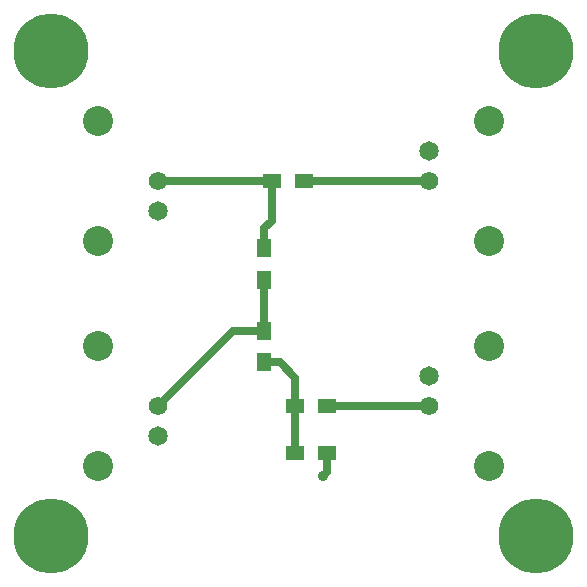
<source format=gbr>
G04 #@! TF.FileFunction,Copper,L1,Top,Signal*
%FSLAX46Y46*%
G04 Gerber Fmt 4.6, Leading zero omitted, Abs format (unit mm)*
G04 Created by KiCad (PCBNEW (after 2015-mar-04 BZR unknown)-product) date 5/15/2017 4:58:40 PM*
%MOMM*%
G01*
G04 APERTURE LIST*
%ADD10C,0.150000*%
%ADD11C,6.350000*%
%ADD12C,1.574800*%
%ADD13C,1.651000*%
%ADD14C,2.540000*%
%ADD15R,1.500000X1.300000*%
%ADD16R,1.300000X1.500000*%
%ADD17C,0.889000*%
%ADD18C,0.635000*%
G04 APERTURE END LIST*
D10*
D11*
X4000000Y-45000000D03*
X45000000Y-4000000D03*
X4000000Y-4000000D03*
D12*
X13000000Y-15000000D03*
D13*
X13000000Y-17540000D03*
D14*
X7920000Y-20080000D03*
X7920000Y-9920000D03*
D11*
X45000000Y-45000000D03*
D12*
X36000000Y-15000000D03*
D13*
X36000000Y-12460000D03*
D14*
X41080000Y-9920000D03*
X41080000Y-20080000D03*
D15*
X27350000Y-34000000D03*
X24650000Y-34000000D03*
D16*
X22000000Y-23350000D03*
X22000000Y-20650000D03*
X22000000Y-27650000D03*
X22000000Y-30350000D03*
D15*
X22650000Y-15000000D03*
X25350000Y-15000000D03*
X24650000Y-38000000D03*
X27350000Y-38000000D03*
D12*
X13000000Y-34000000D03*
D13*
X13000000Y-36540000D03*
D14*
X7920000Y-39080000D03*
X7920000Y-28920000D03*
D12*
X36000000Y-34000000D03*
D13*
X36000000Y-31460000D03*
D14*
X41080000Y-28920000D03*
X41080000Y-39080000D03*
D17*
X27000000Y-40000000D03*
D18*
X27350000Y-38000000D02*
X27350000Y-39650000D01*
X27350000Y-39650000D02*
X27000000Y-40000000D01*
X22650000Y-15000000D02*
X22650000Y-18350000D01*
X22000000Y-19000000D02*
X22000000Y-20650000D01*
X22650000Y-18350000D02*
X22000000Y-19000000D01*
X22650000Y-15000000D02*
X13000000Y-15000000D01*
X22000000Y-23350000D02*
X22000000Y-27650000D01*
X22000000Y-27650000D02*
X19350000Y-27650000D01*
X19350000Y-27650000D02*
X13000000Y-34000000D01*
X25350000Y-15000000D02*
X36000000Y-15000000D01*
X36000000Y-34000000D02*
X27350000Y-34000000D01*
X24650000Y-34000000D02*
X24650000Y-31650000D01*
X23350000Y-30350000D02*
X22000000Y-30350000D01*
X24650000Y-31650000D02*
X23350000Y-30350000D01*
X24650000Y-38000000D02*
X24650000Y-34000000D01*
M02*

</source>
